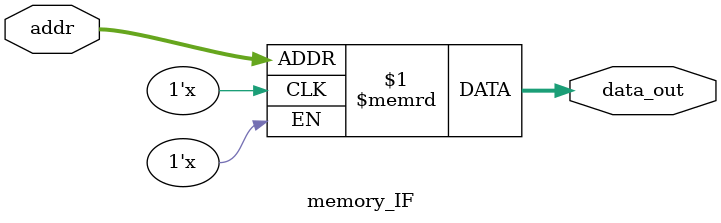
<source format=v>
`timescale 1ns / 1ps


module memory_IF(
    input [31:0] addr,
    output [31:0] data_out
    );

reg [31:0] mem[0:1023] ;

 assign data_out= mem[addr];
endmodule



</source>
